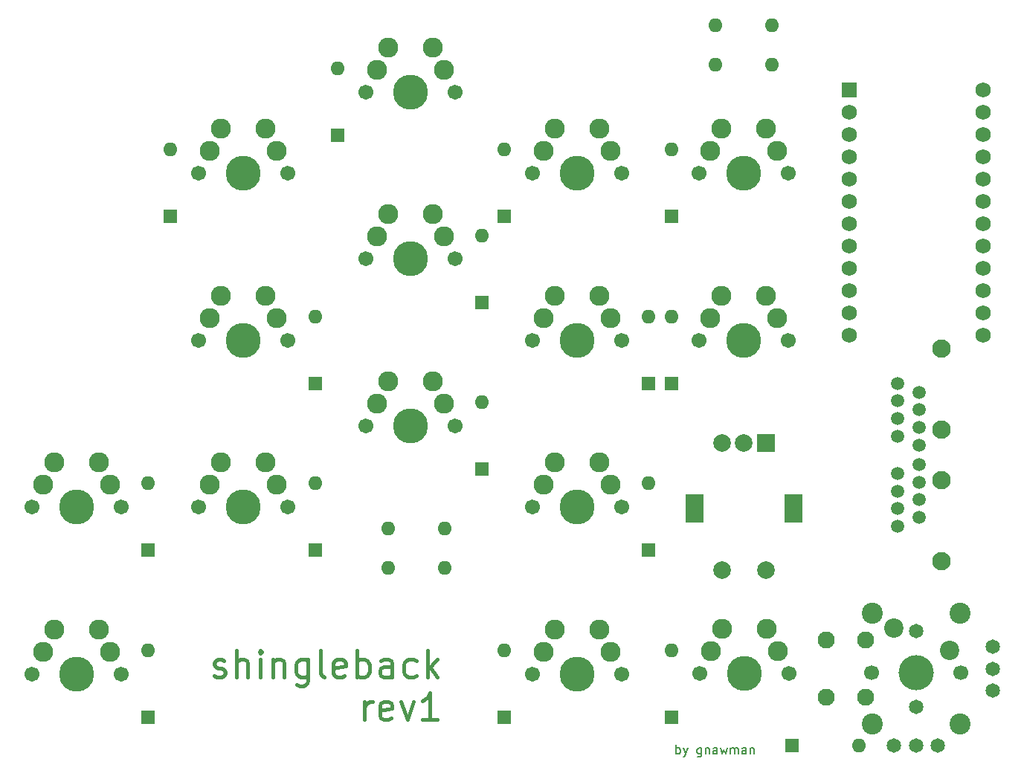
<source format=gts>
G04 #@! TF.GenerationSoftware,KiCad,Pcbnew,(6.0.8)*
G04 #@! TF.CreationDate,2023-05-18T22:35:39+10:00*
G04 #@! TF.ProjectId,shingleback,7368696e-676c-4656-9261-636b2e6b6963,rev?*
G04 #@! TF.SameCoordinates,Original*
G04 #@! TF.FileFunction,Soldermask,Top*
G04 #@! TF.FilePolarity,Negative*
%FSLAX46Y46*%
G04 Gerber Fmt 4.6, Leading zero omitted, Abs format (unit mm)*
G04 Created by KiCad (PCBNEW (6.0.8)) date 2023-05-18 22:35:39*
%MOMM*%
%LPD*%
G01*
G04 APERTURE LIST*
%ADD10C,0.150000*%
%ADD11C,0.450000*%
%ADD12C,1.701800*%
%ADD13C,3.987800*%
%ADD14C,2.286000*%
%ADD15R,1.752600X1.752600*%
%ADD16C,1.752600*%
%ADD17R,1.600000X1.600000*%
%ADD18O,1.600000X1.600000*%
%ADD19C,1.500000*%
%ADD20C,2.100000*%
%ADD21R,2.000000X2.000000*%
%ADD22C,2.000000*%
%ADD23R,2.000000X3.200000*%
%ADD24C,1.650000*%
%ADD25C,1.950000*%
%ADD26C,2.400000*%
%ADD27C,4.000000*%
%ADD28C,1.700000*%
%ADD29C,2.200000*%
G04 APERTURE END LIST*
D10*
X151321428Y-109202380D02*
X151321428Y-108202380D01*
X151321428Y-108583333D02*
X151416666Y-108535714D01*
X151607142Y-108535714D01*
X151702380Y-108583333D01*
X151750000Y-108630952D01*
X151797619Y-108726190D01*
X151797619Y-109011904D01*
X151750000Y-109107142D01*
X151702380Y-109154761D01*
X151607142Y-109202380D01*
X151416666Y-109202380D01*
X151321428Y-109154761D01*
X152130952Y-108535714D02*
X152369047Y-109202380D01*
X152607142Y-108535714D02*
X152369047Y-109202380D01*
X152273809Y-109440476D01*
X152226190Y-109488095D01*
X152130952Y-109535714D01*
X154178571Y-108535714D02*
X154178571Y-109345238D01*
X154130952Y-109440476D01*
X154083333Y-109488095D01*
X153988095Y-109535714D01*
X153845238Y-109535714D01*
X153750000Y-109488095D01*
X154178571Y-109154761D02*
X154083333Y-109202380D01*
X153892857Y-109202380D01*
X153797619Y-109154761D01*
X153750000Y-109107142D01*
X153702380Y-109011904D01*
X153702380Y-108726190D01*
X153750000Y-108630952D01*
X153797619Y-108583333D01*
X153892857Y-108535714D01*
X154083333Y-108535714D01*
X154178571Y-108583333D01*
X154654761Y-108535714D02*
X154654761Y-109202380D01*
X154654761Y-108630952D02*
X154702380Y-108583333D01*
X154797619Y-108535714D01*
X154940476Y-108535714D01*
X155035714Y-108583333D01*
X155083333Y-108678571D01*
X155083333Y-109202380D01*
X155988095Y-109202380D02*
X155988095Y-108678571D01*
X155940476Y-108583333D01*
X155845238Y-108535714D01*
X155654761Y-108535714D01*
X155559523Y-108583333D01*
X155988095Y-109154761D02*
X155892857Y-109202380D01*
X155654761Y-109202380D01*
X155559523Y-109154761D01*
X155511904Y-109059523D01*
X155511904Y-108964285D01*
X155559523Y-108869047D01*
X155654761Y-108821428D01*
X155892857Y-108821428D01*
X155988095Y-108773809D01*
X156369047Y-108535714D02*
X156559523Y-109202380D01*
X156750000Y-108726190D01*
X156940476Y-109202380D01*
X157130952Y-108535714D01*
X157511904Y-109202380D02*
X157511904Y-108535714D01*
X157511904Y-108630952D02*
X157559523Y-108583333D01*
X157654761Y-108535714D01*
X157797619Y-108535714D01*
X157892857Y-108583333D01*
X157940476Y-108678571D01*
X157940476Y-109202380D01*
X157940476Y-108678571D02*
X157988095Y-108583333D01*
X158083333Y-108535714D01*
X158226190Y-108535714D01*
X158321428Y-108583333D01*
X158369047Y-108678571D01*
X158369047Y-109202380D01*
X159273809Y-109202380D02*
X159273809Y-108678571D01*
X159226190Y-108583333D01*
X159130952Y-108535714D01*
X158940476Y-108535714D01*
X158845238Y-108583333D01*
X159273809Y-109154761D02*
X159178571Y-109202380D01*
X158940476Y-109202380D01*
X158845238Y-109154761D01*
X158797619Y-109059523D01*
X158797619Y-108964285D01*
X158845238Y-108869047D01*
X158940476Y-108821428D01*
X159178571Y-108821428D01*
X159273809Y-108773809D01*
X159750000Y-108535714D02*
X159750000Y-109202380D01*
X159750000Y-108630952D02*
X159797619Y-108583333D01*
X159892857Y-108535714D01*
X160035714Y-108535714D01*
X160130952Y-108583333D01*
X160178571Y-108678571D01*
X160178571Y-109202380D01*
D11*
X98707500Y-100299285D02*
X98993214Y-100442142D01*
X99564642Y-100442142D01*
X99850357Y-100299285D01*
X99993214Y-100013571D01*
X99993214Y-99870714D01*
X99850357Y-99585000D01*
X99564642Y-99442142D01*
X99136071Y-99442142D01*
X98850357Y-99299285D01*
X98707500Y-99013571D01*
X98707500Y-98870714D01*
X98850357Y-98585000D01*
X99136071Y-98442142D01*
X99564642Y-98442142D01*
X99850357Y-98585000D01*
X101278928Y-100442142D02*
X101278928Y-97442142D01*
X102564642Y-100442142D02*
X102564642Y-98870714D01*
X102421785Y-98585000D01*
X102136071Y-98442142D01*
X101707500Y-98442142D01*
X101421785Y-98585000D01*
X101278928Y-98727857D01*
X103993214Y-100442142D02*
X103993214Y-98442142D01*
X103993214Y-97442142D02*
X103850357Y-97585000D01*
X103993214Y-97727857D01*
X104136071Y-97585000D01*
X103993214Y-97442142D01*
X103993214Y-97727857D01*
X105421785Y-98442142D02*
X105421785Y-100442142D01*
X105421785Y-98727857D02*
X105564642Y-98585000D01*
X105850357Y-98442142D01*
X106278928Y-98442142D01*
X106564642Y-98585000D01*
X106707500Y-98870714D01*
X106707500Y-100442142D01*
X109421785Y-98442142D02*
X109421785Y-100870714D01*
X109278928Y-101156428D01*
X109136071Y-101299285D01*
X108850357Y-101442142D01*
X108421785Y-101442142D01*
X108136071Y-101299285D01*
X109421785Y-100299285D02*
X109136071Y-100442142D01*
X108564642Y-100442142D01*
X108278928Y-100299285D01*
X108136071Y-100156428D01*
X107993214Y-99870714D01*
X107993214Y-99013571D01*
X108136071Y-98727857D01*
X108278928Y-98585000D01*
X108564642Y-98442142D01*
X109136071Y-98442142D01*
X109421785Y-98585000D01*
X111278928Y-100442142D02*
X110993214Y-100299285D01*
X110850357Y-100013571D01*
X110850357Y-97442142D01*
X113564642Y-100299285D02*
X113278928Y-100442142D01*
X112707500Y-100442142D01*
X112421785Y-100299285D01*
X112278928Y-100013571D01*
X112278928Y-98870714D01*
X112421785Y-98585000D01*
X112707500Y-98442142D01*
X113278928Y-98442142D01*
X113564642Y-98585000D01*
X113707500Y-98870714D01*
X113707500Y-99156428D01*
X112278928Y-99442142D01*
X114993214Y-100442142D02*
X114993214Y-97442142D01*
X114993214Y-98585000D02*
X115278928Y-98442142D01*
X115850357Y-98442142D01*
X116136071Y-98585000D01*
X116278928Y-98727857D01*
X116421785Y-99013571D01*
X116421785Y-99870714D01*
X116278928Y-100156428D01*
X116136071Y-100299285D01*
X115850357Y-100442142D01*
X115278928Y-100442142D01*
X114993214Y-100299285D01*
X118993214Y-100442142D02*
X118993214Y-98870714D01*
X118850357Y-98585000D01*
X118564642Y-98442142D01*
X117993214Y-98442142D01*
X117707500Y-98585000D01*
X118993214Y-100299285D02*
X118707500Y-100442142D01*
X117993214Y-100442142D01*
X117707500Y-100299285D01*
X117564642Y-100013571D01*
X117564642Y-99727857D01*
X117707500Y-99442142D01*
X117993214Y-99299285D01*
X118707500Y-99299285D01*
X118993214Y-99156428D01*
X121707500Y-100299285D02*
X121421785Y-100442142D01*
X120850357Y-100442142D01*
X120564642Y-100299285D01*
X120421785Y-100156428D01*
X120278928Y-99870714D01*
X120278928Y-99013571D01*
X120421785Y-98727857D01*
X120564642Y-98585000D01*
X120850357Y-98442142D01*
X121421785Y-98442142D01*
X121707500Y-98585000D01*
X122993214Y-100442142D02*
X122993214Y-97442142D01*
X123278928Y-99299285D02*
X124136071Y-100442142D01*
X124136071Y-98442142D02*
X122993214Y-99585000D01*
X115850357Y-105272142D02*
X115850357Y-103272142D01*
X115850357Y-103843571D02*
X115993214Y-103557857D01*
X116136071Y-103415000D01*
X116421785Y-103272142D01*
X116707500Y-103272142D01*
X118850357Y-105129285D02*
X118564642Y-105272142D01*
X117993214Y-105272142D01*
X117707500Y-105129285D01*
X117564642Y-104843571D01*
X117564642Y-103700714D01*
X117707500Y-103415000D01*
X117993214Y-103272142D01*
X118564642Y-103272142D01*
X118850357Y-103415000D01*
X118993214Y-103700714D01*
X118993214Y-103986428D01*
X117564642Y-104272142D01*
X119993214Y-103272142D02*
X120707500Y-105272142D01*
X121421785Y-103272142D01*
X124136071Y-105272142D02*
X122421785Y-105272142D01*
X123278928Y-105272142D02*
X123278928Y-102272142D01*
X122993214Y-102700714D01*
X122707500Y-102986428D01*
X122421785Y-103129285D01*
D12*
X164120000Y-62080000D03*
X153960000Y-62080000D03*
D13*
X159040000Y-62080000D03*
D14*
X156500000Y-57000000D03*
X161580000Y-57000000D03*
X162850000Y-59540000D03*
X155230000Y-59540000D03*
D12*
X126120000Y-33830000D03*
X115960000Y-33830000D03*
D13*
X121040000Y-33830000D03*
D14*
X118500000Y-28750000D03*
X123580000Y-28750000D03*
X117230000Y-31290000D03*
X124850000Y-31290000D03*
D12*
X96960000Y-43080000D03*
D13*
X102040000Y-43080000D03*
D12*
X107120000Y-43080000D03*
D14*
X104580000Y-38000000D03*
X99500000Y-38000000D03*
X98230000Y-40540000D03*
X105850000Y-40540000D03*
D15*
X171000000Y-33560000D03*
D16*
X171000000Y-36100000D03*
X171000000Y-38640000D03*
X171000000Y-41180000D03*
X171000000Y-43720000D03*
X171000000Y-46260000D03*
X171000000Y-48800000D03*
X171000000Y-51340000D03*
X171000000Y-53880000D03*
X171000000Y-56420000D03*
X171000000Y-58960000D03*
X171000000Y-61500000D03*
X186240000Y-33560000D03*
X186240000Y-36100000D03*
X186240000Y-38640000D03*
X186240000Y-41180000D03*
X186240000Y-43720000D03*
X186240000Y-46260000D03*
X186240000Y-48800000D03*
X186240000Y-51340000D03*
X186240000Y-53880000D03*
X186240000Y-56420000D03*
X186240000Y-58960000D03*
X186240000Y-61500000D03*
D17*
X131750000Y-105000000D03*
D18*
X131750000Y-97380000D03*
D13*
X140040000Y-43080000D03*
D12*
X134960000Y-43080000D03*
X145120000Y-43080000D03*
D14*
X137500000Y-38000000D03*
X142580000Y-38000000D03*
X143850000Y-40540000D03*
X136230000Y-40540000D03*
D18*
X125000000Y-83500000D03*
D12*
X164170000Y-100069717D03*
D13*
X159090000Y-100069717D03*
D12*
X154010000Y-100069717D03*
D14*
X161630000Y-94989717D03*
X156550000Y-94989717D03*
X162900000Y-97529717D03*
X155280000Y-97529717D03*
D17*
X150750000Y-48000000D03*
D18*
X150750000Y-40380000D03*
X162249999Y-30723758D03*
X118500000Y-88000000D03*
X124999999Y-87997945D03*
D17*
X110200000Y-67000000D03*
D18*
X110200000Y-59380000D03*
D13*
X83040000Y-81080000D03*
D12*
X77960000Y-81080000D03*
X88120000Y-81080000D03*
D14*
X80500000Y-76000000D03*
X85580000Y-76000000D03*
X86850000Y-78540000D03*
X79230000Y-78540000D03*
D12*
X107120000Y-62080000D03*
X96960000Y-62080000D03*
D13*
X102040000Y-62080000D03*
D14*
X99500000Y-57000000D03*
X104580000Y-57000000D03*
X105850000Y-59540000D03*
X98230000Y-59540000D03*
D12*
X153960000Y-43080000D03*
D13*
X159040000Y-43080000D03*
D12*
X164120000Y-43080000D03*
D14*
X156500000Y-38000000D03*
X161580000Y-38000000D03*
X162850000Y-40540000D03*
X155230000Y-40540000D03*
D12*
X77960000Y-100080000D03*
D13*
X83040000Y-100080000D03*
D12*
X88120000Y-100080000D03*
D14*
X80500000Y-95000000D03*
X85580000Y-95000000D03*
X86850000Y-97540000D03*
X79230000Y-97540000D03*
D17*
X129200000Y-76750000D03*
D18*
X129200000Y-69130000D03*
D19*
X176500000Y-69000000D03*
X179000000Y-72000000D03*
X179000000Y-70000000D03*
X176500000Y-71000000D03*
X179000000Y-74000000D03*
X176500000Y-73000000D03*
D20*
X181500000Y-63000000D03*
X181500000Y-78000000D03*
D19*
X176500000Y-67000000D03*
X179000000Y-68000000D03*
D18*
X155750000Y-30725813D03*
D17*
X91200000Y-86000000D03*
D18*
X91200000Y-78380000D03*
D17*
X91200000Y-105000000D03*
D18*
X91200000Y-97380000D03*
D17*
X112750000Y-38750000D03*
D18*
X112750000Y-31130000D03*
D12*
X134960000Y-62080000D03*
D13*
X140040000Y-62080000D03*
D12*
X145120000Y-62080000D03*
D14*
X137500000Y-57000000D03*
X142580000Y-57000000D03*
X143850000Y-59540000D03*
X136230000Y-59540000D03*
D17*
X110200000Y-86000000D03*
D18*
X110200000Y-78380000D03*
D17*
X148200000Y-86000000D03*
D18*
X148200000Y-78380000D03*
D12*
X126120000Y-71830000D03*
X115960000Y-71830000D03*
D13*
X121040000Y-71830000D03*
D14*
X123580000Y-66750000D03*
X118500000Y-66750000D03*
X117230000Y-69290000D03*
X124850000Y-69290000D03*
D21*
X161540000Y-73750000D03*
D22*
X156540000Y-73750000D03*
X159040000Y-73750000D03*
D23*
X153440000Y-81250000D03*
X164640000Y-81250000D03*
D22*
X156540000Y-88250000D03*
X161540000Y-88250000D03*
D12*
X134960000Y-81080000D03*
X145120000Y-81080000D03*
D13*
X140040000Y-81080000D03*
D14*
X137500000Y-76000000D03*
X142580000Y-76000000D03*
X136230000Y-78540000D03*
X143850000Y-78540000D03*
D18*
X118500000Y-83494874D03*
D17*
X150750000Y-67000000D03*
D18*
X150750000Y-59380000D03*
D17*
X93750000Y-48000000D03*
D18*
X93750000Y-40380000D03*
D17*
X164500000Y-108250000D03*
D18*
X172120000Y-108250000D03*
D17*
X150800000Y-104989717D03*
D18*
X150800000Y-97369717D03*
D13*
X102040000Y-81080000D03*
D12*
X107120000Y-81080000D03*
X96960000Y-81080000D03*
D14*
X99500000Y-76000000D03*
X104580000Y-76000000D03*
X98230000Y-78540000D03*
X105850000Y-78540000D03*
D13*
X121040000Y-52830000D03*
D12*
X126120000Y-52830000D03*
X115960000Y-52830000D03*
D14*
X118500000Y-47750000D03*
X123580000Y-47750000D03*
X124850000Y-50290000D03*
X117230000Y-50290000D03*
D17*
X129200000Y-57750000D03*
D18*
X129200000Y-50130000D03*
X155750000Y-26220687D03*
D24*
X178623410Y-103800000D03*
X178623410Y-95200000D03*
D25*
X172873410Y-96250000D03*
X172873410Y-102750000D03*
D24*
X187353410Y-97000000D03*
X181123410Y-108230000D03*
D26*
X183623410Y-105825000D03*
X173623410Y-93175000D03*
X173623410Y-105825000D03*
X183623410Y-93175000D03*
D25*
X168373410Y-96250000D03*
X168373410Y-102750000D03*
D24*
X187353410Y-102000000D03*
X176123410Y-108230000D03*
X178623410Y-108230000D03*
X187353410Y-99500000D03*
D12*
X134960000Y-100080000D03*
X145120000Y-100080000D03*
D13*
X140040000Y-100080000D03*
D14*
X137500000Y-95000000D03*
X142580000Y-95000000D03*
X136230000Y-97540000D03*
X143850000Y-97540000D03*
D17*
X131750000Y-48000000D03*
D18*
X131750000Y-40380000D03*
X162250000Y-26225813D03*
D17*
X148200000Y-67000000D03*
D18*
X148200000Y-59380000D03*
D19*
X179000000Y-80250000D03*
X179000000Y-82250000D03*
X176500000Y-81250000D03*
X176500000Y-83250000D03*
D20*
X181500000Y-72250000D03*
D19*
X176500000Y-77250000D03*
X179000000Y-78250000D03*
X176500000Y-79250000D03*
X179000000Y-76250000D03*
D20*
X181500000Y-87250000D03*
D27*
X178623410Y-99980000D03*
D28*
X173543410Y-99980000D03*
X183703410Y-99980000D03*
D29*
X176083410Y-94900000D03*
X182433410Y-97440000D03*
M02*

</source>
